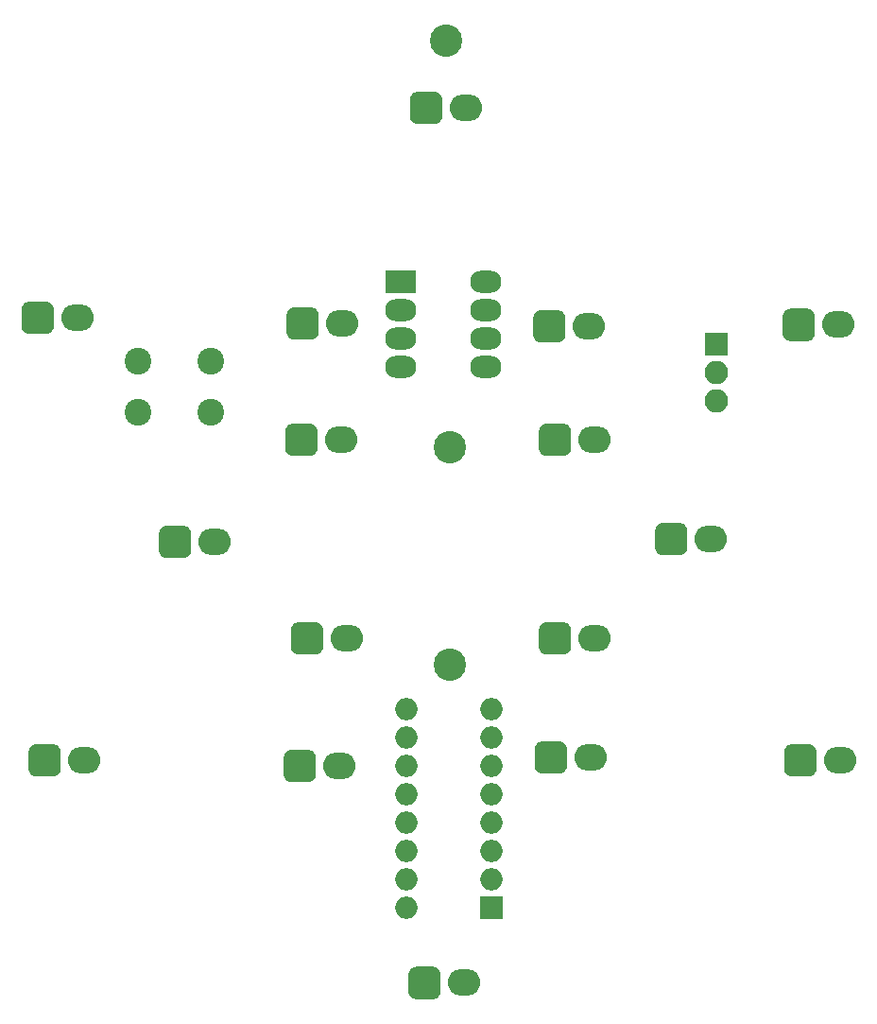
<source format=gbr>
G04 #@! TF.GenerationSoftware,KiCad,Pcbnew,(5.0.0)*
G04 #@! TF.CreationDate,2018-11-01T22:36:59-04:00*
G04 #@! TF.ProjectId,Snowflake,536E6F77666C616B652E6B696361645F,rev?*
G04 #@! TF.SameCoordinates,Original*
G04 #@! TF.FileFunction,Soldermask,Top*
G04 #@! TF.FilePolarity,Negative*
%FSLAX46Y46*%
G04 Gerber Fmt 4.6, Leading zero omitted, Abs format (unit mm)*
G04 Created by KiCad (PCBNEW (5.0.0)) date 11/01/18 22:36:59*
%MOMM*%
%LPD*%
G01*
G04 APERTURE LIST*
%ADD10C,2.400000*%
%ADD11O,2.900000X2.400000*%
%ADD12C,0.100000*%
%ADD13C,2.900000*%
%ADD14O,2.800000X2.000000*%
%ADD15R,2.800000X2.000000*%
%ADD16O,2.100000X2.100000*%
%ADD17R,2.100000X2.100000*%
%ADD18R,2.000000X2.000000*%
%ADD19O,2.000000X2.000000*%
G04 APERTURE END LIST*
D10*
G04 #@! TO.C,Button1*
X105814000Y-81915000D03*
X105814000Y-86415000D03*
X99314000Y-81915000D03*
X99314000Y-86415000D03*
G04 #@! TD*
D11*
G04 #@! TO.C,D1*
X128643000Y-59182000D03*
D12*
G36*
X125899062Y-57735491D02*
X125969440Y-57745931D01*
X126038456Y-57763218D01*
X126105445Y-57787187D01*
X126169763Y-57817607D01*
X126230788Y-57854185D01*
X126287935Y-57896567D01*
X126340652Y-57944348D01*
X126388433Y-57997065D01*
X126430815Y-58054212D01*
X126467393Y-58115237D01*
X126497813Y-58179555D01*
X126521782Y-58246544D01*
X126539069Y-58315560D01*
X126549509Y-58385938D01*
X126553000Y-58457000D01*
X126553000Y-59907000D01*
X126549509Y-59978062D01*
X126539069Y-60048440D01*
X126521782Y-60117456D01*
X126497813Y-60184445D01*
X126467393Y-60248763D01*
X126430815Y-60309788D01*
X126388433Y-60366935D01*
X126340652Y-60419652D01*
X126287935Y-60467433D01*
X126230788Y-60509815D01*
X126169763Y-60546393D01*
X126105445Y-60576813D01*
X126038456Y-60600782D01*
X125969440Y-60618069D01*
X125899062Y-60628509D01*
X125828000Y-60632000D01*
X124378000Y-60632000D01*
X124306938Y-60628509D01*
X124236560Y-60618069D01*
X124167544Y-60600782D01*
X124100555Y-60576813D01*
X124036237Y-60546393D01*
X123975212Y-60509815D01*
X123918065Y-60467433D01*
X123865348Y-60419652D01*
X123817567Y-60366935D01*
X123775185Y-60309788D01*
X123738607Y-60248763D01*
X123708187Y-60184445D01*
X123684218Y-60117456D01*
X123666931Y-60048440D01*
X123656491Y-59978062D01*
X123653000Y-59907000D01*
X123653000Y-58457000D01*
X123656491Y-58385938D01*
X123666931Y-58315560D01*
X123684218Y-58246544D01*
X123708187Y-58179555D01*
X123738607Y-58115237D01*
X123775185Y-58054212D01*
X123817567Y-57997065D01*
X123865348Y-57944348D01*
X123918065Y-57896567D01*
X123975212Y-57854185D01*
X124036237Y-57817607D01*
X124100555Y-57787187D01*
X124167544Y-57763218D01*
X124236560Y-57745931D01*
X124306938Y-57735491D01*
X124378000Y-57732000D01*
X125828000Y-57732000D01*
X125899062Y-57735491D01*
X125899062Y-57735491D01*
G37*
D13*
X125103000Y-59182000D03*
G04 #@! TD*
D12*
G04 #@! TO.C,D2*
G36*
X136948062Y-77293491D02*
X137018440Y-77303931D01*
X137087456Y-77321218D01*
X137154445Y-77345187D01*
X137218763Y-77375607D01*
X137279788Y-77412185D01*
X137336935Y-77454567D01*
X137389652Y-77502348D01*
X137437433Y-77555065D01*
X137479815Y-77612212D01*
X137516393Y-77673237D01*
X137546813Y-77737555D01*
X137570782Y-77804544D01*
X137588069Y-77873560D01*
X137598509Y-77943938D01*
X137602000Y-78015000D01*
X137602000Y-79465000D01*
X137598509Y-79536062D01*
X137588069Y-79606440D01*
X137570782Y-79675456D01*
X137546813Y-79742445D01*
X137516393Y-79806763D01*
X137479815Y-79867788D01*
X137437433Y-79924935D01*
X137389652Y-79977652D01*
X137336935Y-80025433D01*
X137279788Y-80067815D01*
X137218763Y-80104393D01*
X137154445Y-80134813D01*
X137087456Y-80158782D01*
X137018440Y-80176069D01*
X136948062Y-80186509D01*
X136877000Y-80190000D01*
X135427000Y-80190000D01*
X135355938Y-80186509D01*
X135285560Y-80176069D01*
X135216544Y-80158782D01*
X135149555Y-80134813D01*
X135085237Y-80104393D01*
X135024212Y-80067815D01*
X134967065Y-80025433D01*
X134914348Y-79977652D01*
X134866567Y-79924935D01*
X134824185Y-79867788D01*
X134787607Y-79806763D01*
X134757187Y-79742445D01*
X134733218Y-79675456D01*
X134715931Y-79606440D01*
X134705491Y-79536062D01*
X134702000Y-79465000D01*
X134702000Y-78015000D01*
X134705491Y-77943938D01*
X134715931Y-77873560D01*
X134733218Y-77804544D01*
X134757187Y-77737555D01*
X134787607Y-77673237D01*
X134824185Y-77612212D01*
X134866567Y-77555065D01*
X134914348Y-77502348D01*
X134967065Y-77454567D01*
X135024212Y-77412185D01*
X135085237Y-77375607D01*
X135149555Y-77345187D01*
X135216544Y-77321218D01*
X135285560Y-77303931D01*
X135355938Y-77293491D01*
X135427000Y-77290000D01*
X136877000Y-77290000D01*
X136948062Y-77293491D01*
X136948062Y-77293491D01*
G37*
D13*
X136152000Y-78740000D03*
D11*
X139692000Y-78740000D03*
G04 #@! TD*
G04 #@! TO.C,D3*
X162044000Y-78613000D03*
D12*
G36*
X159300062Y-77166491D02*
X159370440Y-77176931D01*
X159439456Y-77194218D01*
X159506445Y-77218187D01*
X159570763Y-77248607D01*
X159631788Y-77285185D01*
X159688935Y-77327567D01*
X159741652Y-77375348D01*
X159789433Y-77428065D01*
X159831815Y-77485212D01*
X159868393Y-77546237D01*
X159898813Y-77610555D01*
X159922782Y-77677544D01*
X159940069Y-77746560D01*
X159950509Y-77816938D01*
X159954000Y-77888000D01*
X159954000Y-79338000D01*
X159950509Y-79409062D01*
X159940069Y-79479440D01*
X159922782Y-79548456D01*
X159898813Y-79615445D01*
X159868393Y-79679763D01*
X159831815Y-79740788D01*
X159789433Y-79797935D01*
X159741652Y-79850652D01*
X159688935Y-79898433D01*
X159631788Y-79940815D01*
X159570763Y-79977393D01*
X159506445Y-80007813D01*
X159439456Y-80031782D01*
X159370440Y-80049069D01*
X159300062Y-80059509D01*
X159229000Y-80063000D01*
X157779000Y-80063000D01*
X157707938Y-80059509D01*
X157637560Y-80049069D01*
X157568544Y-80031782D01*
X157501555Y-80007813D01*
X157437237Y-79977393D01*
X157376212Y-79940815D01*
X157319065Y-79898433D01*
X157266348Y-79850652D01*
X157218567Y-79797935D01*
X157176185Y-79740788D01*
X157139607Y-79679763D01*
X157109187Y-79615445D01*
X157085218Y-79548456D01*
X157067931Y-79479440D01*
X157057491Y-79409062D01*
X157054000Y-79338000D01*
X157054000Y-77888000D01*
X157057491Y-77816938D01*
X157067931Y-77746560D01*
X157085218Y-77677544D01*
X157109187Y-77610555D01*
X157139607Y-77546237D01*
X157176185Y-77485212D01*
X157218567Y-77428065D01*
X157266348Y-77375348D01*
X157319065Y-77327567D01*
X157376212Y-77285185D01*
X157437237Y-77248607D01*
X157501555Y-77218187D01*
X157568544Y-77194218D01*
X157637560Y-77176931D01*
X157707938Y-77166491D01*
X157779000Y-77163000D01*
X159229000Y-77163000D01*
X159300062Y-77166491D01*
X159300062Y-77166491D01*
G37*
D13*
X158504000Y-78613000D03*
G04 #@! TD*
D12*
G04 #@! TO.C,D4*
G36*
X147870062Y-96343491D02*
X147940440Y-96353931D01*
X148009456Y-96371218D01*
X148076445Y-96395187D01*
X148140763Y-96425607D01*
X148201788Y-96462185D01*
X148258935Y-96504567D01*
X148311652Y-96552348D01*
X148359433Y-96605065D01*
X148401815Y-96662212D01*
X148438393Y-96723237D01*
X148468813Y-96787555D01*
X148492782Y-96854544D01*
X148510069Y-96923560D01*
X148520509Y-96993938D01*
X148524000Y-97065000D01*
X148524000Y-98515000D01*
X148520509Y-98586062D01*
X148510069Y-98656440D01*
X148492782Y-98725456D01*
X148468813Y-98792445D01*
X148438393Y-98856763D01*
X148401815Y-98917788D01*
X148359433Y-98974935D01*
X148311652Y-99027652D01*
X148258935Y-99075433D01*
X148201788Y-99117815D01*
X148140763Y-99154393D01*
X148076445Y-99184813D01*
X148009456Y-99208782D01*
X147940440Y-99226069D01*
X147870062Y-99236509D01*
X147799000Y-99240000D01*
X146349000Y-99240000D01*
X146277938Y-99236509D01*
X146207560Y-99226069D01*
X146138544Y-99208782D01*
X146071555Y-99184813D01*
X146007237Y-99154393D01*
X145946212Y-99117815D01*
X145889065Y-99075433D01*
X145836348Y-99027652D01*
X145788567Y-98974935D01*
X145746185Y-98917788D01*
X145709607Y-98856763D01*
X145679187Y-98792445D01*
X145655218Y-98725456D01*
X145637931Y-98656440D01*
X145627491Y-98586062D01*
X145624000Y-98515000D01*
X145624000Y-97065000D01*
X145627491Y-96993938D01*
X145637931Y-96923560D01*
X145655218Y-96854544D01*
X145679187Y-96787555D01*
X145709607Y-96723237D01*
X145746185Y-96662212D01*
X145788567Y-96605065D01*
X145836348Y-96552348D01*
X145889065Y-96504567D01*
X145946212Y-96462185D01*
X146007237Y-96425607D01*
X146071555Y-96395187D01*
X146138544Y-96371218D01*
X146207560Y-96353931D01*
X146277938Y-96343491D01*
X146349000Y-96340000D01*
X147799000Y-96340000D01*
X147870062Y-96343491D01*
X147870062Y-96343491D01*
G37*
D13*
X147074000Y-97790000D03*
D11*
X150614000Y-97790000D03*
G04 #@! TD*
G04 #@! TO.C,D5*
X162171000Y-117602000D03*
D12*
G36*
X159427062Y-116155491D02*
X159497440Y-116165931D01*
X159566456Y-116183218D01*
X159633445Y-116207187D01*
X159697763Y-116237607D01*
X159758788Y-116274185D01*
X159815935Y-116316567D01*
X159868652Y-116364348D01*
X159916433Y-116417065D01*
X159958815Y-116474212D01*
X159995393Y-116535237D01*
X160025813Y-116599555D01*
X160049782Y-116666544D01*
X160067069Y-116735560D01*
X160077509Y-116805938D01*
X160081000Y-116877000D01*
X160081000Y-118327000D01*
X160077509Y-118398062D01*
X160067069Y-118468440D01*
X160049782Y-118537456D01*
X160025813Y-118604445D01*
X159995393Y-118668763D01*
X159958815Y-118729788D01*
X159916433Y-118786935D01*
X159868652Y-118839652D01*
X159815935Y-118887433D01*
X159758788Y-118929815D01*
X159697763Y-118966393D01*
X159633445Y-118996813D01*
X159566456Y-119020782D01*
X159497440Y-119038069D01*
X159427062Y-119048509D01*
X159356000Y-119052000D01*
X157906000Y-119052000D01*
X157834938Y-119048509D01*
X157764560Y-119038069D01*
X157695544Y-119020782D01*
X157628555Y-118996813D01*
X157564237Y-118966393D01*
X157503212Y-118929815D01*
X157446065Y-118887433D01*
X157393348Y-118839652D01*
X157345567Y-118786935D01*
X157303185Y-118729788D01*
X157266607Y-118668763D01*
X157236187Y-118604445D01*
X157212218Y-118537456D01*
X157194931Y-118468440D01*
X157184491Y-118398062D01*
X157181000Y-118327000D01*
X157181000Y-116877000D01*
X157184491Y-116805938D01*
X157194931Y-116735560D01*
X157212218Y-116666544D01*
X157236187Y-116599555D01*
X157266607Y-116535237D01*
X157303185Y-116474212D01*
X157345567Y-116417065D01*
X157393348Y-116364348D01*
X157446065Y-116316567D01*
X157503212Y-116274185D01*
X157564237Y-116237607D01*
X157628555Y-116207187D01*
X157695544Y-116183218D01*
X157764560Y-116165931D01*
X157834938Y-116155491D01*
X157906000Y-116152000D01*
X159356000Y-116152000D01*
X159427062Y-116155491D01*
X159427062Y-116155491D01*
G37*
D13*
X158631000Y-117602000D03*
G04 #@! TD*
D12*
G04 #@! TO.C,D6*
G36*
X137075062Y-115901491D02*
X137145440Y-115911931D01*
X137214456Y-115929218D01*
X137281445Y-115953187D01*
X137345763Y-115983607D01*
X137406788Y-116020185D01*
X137463935Y-116062567D01*
X137516652Y-116110348D01*
X137564433Y-116163065D01*
X137606815Y-116220212D01*
X137643393Y-116281237D01*
X137673813Y-116345555D01*
X137697782Y-116412544D01*
X137715069Y-116481560D01*
X137725509Y-116551938D01*
X137729000Y-116623000D01*
X137729000Y-118073000D01*
X137725509Y-118144062D01*
X137715069Y-118214440D01*
X137697782Y-118283456D01*
X137673813Y-118350445D01*
X137643393Y-118414763D01*
X137606815Y-118475788D01*
X137564433Y-118532935D01*
X137516652Y-118585652D01*
X137463935Y-118633433D01*
X137406788Y-118675815D01*
X137345763Y-118712393D01*
X137281445Y-118742813D01*
X137214456Y-118766782D01*
X137145440Y-118784069D01*
X137075062Y-118794509D01*
X137004000Y-118798000D01*
X135554000Y-118798000D01*
X135482938Y-118794509D01*
X135412560Y-118784069D01*
X135343544Y-118766782D01*
X135276555Y-118742813D01*
X135212237Y-118712393D01*
X135151212Y-118675815D01*
X135094065Y-118633433D01*
X135041348Y-118585652D01*
X134993567Y-118532935D01*
X134951185Y-118475788D01*
X134914607Y-118414763D01*
X134884187Y-118350445D01*
X134860218Y-118283456D01*
X134842931Y-118214440D01*
X134832491Y-118144062D01*
X134829000Y-118073000D01*
X134829000Y-116623000D01*
X134832491Y-116551938D01*
X134842931Y-116481560D01*
X134860218Y-116412544D01*
X134884187Y-116345555D01*
X134914607Y-116281237D01*
X134951185Y-116220212D01*
X134993567Y-116163065D01*
X135041348Y-116110348D01*
X135094065Y-116062567D01*
X135151212Y-116020185D01*
X135212237Y-115983607D01*
X135276555Y-115953187D01*
X135343544Y-115929218D01*
X135412560Y-115911931D01*
X135482938Y-115901491D01*
X135554000Y-115898000D01*
X137004000Y-115898000D01*
X137075062Y-115901491D01*
X137075062Y-115901491D01*
G37*
D13*
X136279000Y-117348000D03*
D11*
X139819000Y-117348000D03*
G04 #@! TD*
D12*
G04 #@! TO.C,D7*
G36*
X125772062Y-136094491D02*
X125842440Y-136104931D01*
X125911456Y-136122218D01*
X125978445Y-136146187D01*
X126042763Y-136176607D01*
X126103788Y-136213185D01*
X126160935Y-136255567D01*
X126213652Y-136303348D01*
X126261433Y-136356065D01*
X126303815Y-136413212D01*
X126340393Y-136474237D01*
X126370813Y-136538555D01*
X126394782Y-136605544D01*
X126412069Y-136674560D01*
X126422509Y-136744938D01*
X126426000Y-136816000D01*
X126426000Y-138266000D01*
X126422509Y-138337062D01*
X126412069Y-138407440D01*
X126394782Y-138476456D01*
X126370813Y-138543445D01*
X126340393Y-138607763D01*
X126303815Y-138668788D01*
X126261433Y-138725935D01*
X126213652Y-138778652D01*
X126160935Y-138826433D01*
X126103788Y-138868815D01*
X126042763Y-138905393D01*
X125978445Y-138935813D01*
X125911456Y-138959782D01*
X125842440Y-138977069D01*
X125772062Y-138987509D01*
X125701000Y-138991000D01*
X124251000Y-138991000D01*
X124179938Y-138987509D01*
X124109560Y-138977069D01*
X124040544Y-138959782D01*
X123973555Y-138935813D01*
X123909237Y-138905393D01*
X123848212Y-138868815D01*
X123791065Y-138826433D01*
X123738348Y-138778652D01*
X123690567Y-138725935D01*
X123648185Y-138668788D01*
X123611607Y-138607763D01*
X123581187Y-138543445D01*
X123557218Y-138476456D01*
X123539931Y-138407440D01*
X123529491Y-138337062D01*
X123526000Y-138266000D01*
X123526000Y-136816000D01*
X123529491Y-136744938D01*
X123539931Y-136674560D01*
X123557218Y-136605544D01*
X123581187Y-136538555D01*
X123611607Y-136474237D01*
X123648185Y-136413212D01*
X123690567Y-136356065D01*
X123738348Y-136303348D01*
X123791065Y-136255567D01*
X123848212Y-136213185D01*
X123909237Y-136176607D01*
X123973555Y-136146187D01*
X124040544Y-136122218D01*
X124109560Y-136104931D01*
X124179938Y-136094491D01*
X124251000Y-136091000D01*
X125701000Y-136091000D01*
X125772062Y-136094491D01*
X125772062Y-136094491D01*
G37*
D13*
X124976000Y-137541000D03*
D11*
X128516000Y-137541000D03*
G04 #@! TD*
G04 #@! TO.C,D8*
X117340000Y-118110000D03*
D12*
G36*
X114596062Y-116663491D02*
X114666440Y-116673931D01*
X114735456Y-116691218D01*
X114802445Y-116715187D01*
X114866763Y-116745607D01*
X114927788Y-116782185D01*
X114984935Y-116824567D01*
X115037652Y-116872348D01*
X115085433Y-116925065D01*
X115127815Y-116982212D01*
X115164393Y-117043237D01*
X115194813Y-117107555D01*
X115218782Y-117174544D01*
X115236069Y-117243560D01*
X115246509Y-117313938D01*
X115250000Y-117385000D01*
X115250000Y-118835000D01*
X115246509Y-118906062D01*
X115236069Y-118976440D01*
X115218782Y-119045456D01*
X115194813Y-119112445D01*
X115164393Y-119176763D01*
X115127815Y-119237788D01*
X115085433Y-119294935D01*
X115037652Y-119347652D01*
X114984935Y-119395433D01*
X114927788Y-119437815D01*
X114866763Y-119474393D01*
X114802445Y-119504813D01*
X114735456Y-119528782D01*
X114666440Y-119546069D01*
X114596062Y-119556509D01*
X114525000Y-119560000D01*
X113075000Y-119560000D01*
X113003938Y-119556509D01*
X112933560Y-119546069D01*
X112864544Y-119528782D01*
X112797555Y-119504813D01*
X112733237Y-119474393D01*
X112672212Y-119437815D01*
X112615065Y-119395433D01*
X112562348Y-119347652D01*
X112514567Y-119294935D01*
X112472185Y-119237788D01*
X112435607Y-119176763D01*
X112405187Y-119112445D01*
X112381218Y-119045456D01*
X112363931Y-118976440D01*
X112353491Y-118906062D01*
X112350000Y-118835000D01*
X112350000Y-117385000D01*
X112353491Y-117313938D01*
X112363931Y-117243560D01*
X112381218Y-117174544D01*
X112405187Y-117107555D01*
X112435607Y-117043237D01*
X112472185Y-116982212D01*
X112514567Y-116925065D01*
X112562348Y-116872348D01*
X112615065Y-116824567D01*
X112672212Y-116782185D01*
X112733237Y-116745607D01*
X112797555Y-116715187D01*
X112864544Y-116691218D01*
X112933560Y-116673931D01*
X113003938Y-116663491D01*
X113075000Y-116660000D01*
X114525000Y-116660000D01*
X114596062Y-116663491D01*
X114596062Y-116663491D01*
G37*
D13*
X113800000Y-118110000D03*
G04 #@! TD*
D12*
G04 #@! TO.C,D9*
G36*
X91736062Y-116155491D02*
X91806440Y-116165931D01*
X91875456Y-116183218D01*
X91942445Y-116207187D01*
X92006763Y-116237607D01*
X92067788Y-116274185D01*
X92124935Y-116316567D01*
X92177652Y-116364348D01*
X92225433Y-116417065D01*
X92267815Y-116474212D01*
X92304393Y-116535237D01*
X92334813Y-116599555D01*
X92358782Y-116666544D01*
X92376069Y-116735560D01*
X92386509Y-116805938D01*
X92390000Y-116877000D01*
X92390000Y-118327000D01*
X92386509Y-118398062D01*
X92376069Y-118468440D01*
X92358782Y-118537456D01*
X92334813Y-118604445D01*
X92304393Y-118668763D01*
X92267815Y-118729788D01*
X92225433Y-118786935D01*
X92177652Y-118839652D01*
X92124935Y-118887433D01*
X92067788Y-118929815D01*
X92006763Y-118966393D01*
X91942445Y-118996813D01*
X91875456Y-119020782D01*
X91806440Y-119038069D01*
X91736062Y-119048509D01*
X91665000Y-119052000D01*
X90215000Y-119052000D01*
X90143938Y-119048509D01*
X90073560Y-119038069D01*
X90004544Y-119020782D01*
X89937555Y-118996813D01*
X89873237Y-118966393D01*
X89812212Y-118929815D01*
X89755065Y-118887433D01*
X89702348Y-118839652D01*
X89654567Y-118786935D01*
X89612185Y-118729788D01*
X89575607Y-118668763D01*
X89545187Y-118604445D01*
X89521218Y-118537456D01*
X89503931Y-118468440D01*
X89493491Y-118398062D01*
X89490000Y-118327000D01*
X89490000Y-116877000D01*
X89493491Y-116805938D01*
X89503931Y-116735560D01*
X89521218Y-116666544D01*
X89545187Y-116599555D01*
X89575607Y-116535237D01*
X89612185Y-116474212D01*
X89654567Y-116417065D01*
X89702348Y-116364348D01*
X89755065Y-116316567D01*
X89812212Y-116274185D01*
X89873237Y-116237607D01*
X89937555Y-116207187D01*
X90004544Y-116183218D01*
X90073560Y-116165931D01*
X90143938Y-116155491D01*
X90215000Y-116152000D01*
X91665000Y-116152000D01*
X91736062Y-116155491D01*
X91736062Y-116155491D01*
G37*
D13*
X90940000Y-117602000D03*
D11*
X94480000Y-117602000D03*
G04 #@! TD*
G04 #@! TO.C,D10*
X106164000Y-98044000D03*
D12*
G36*
X103420062Y-96597491D02*
X103490440Y-96607931D01*
X103559456Y-96625218D01*
X103626445Y-96649187D01*
X103690763Y-96679607D01*
X103751788Y-96716185D01*
X103808935Y-96758567D01*
X103861652Y-96806348D01*
X103909433Y-96859065D01*
X103951815Y-96916212D01*
X103988393Y-96977237D01*
X104018813Y-97041555D01*
X104042782Y-97108544D01*
X104060069Y-97177560D01*
X104070509Y-97247938D01*
X104074000Y-97319000D01*
X104074000Y-98769000D01*
X104070509Y-98840062D01*
X104060069Y-98910440D01*
X104042782Y-98979456D01*
X104018813Y-99046445D01*
X103988393Y-99110763D01*
X103951815Y-99171788D01*
X103909433Y-99228935D01*
X103861652Y-99281652D01*
X103808935Y-99329433D01*
X103751788Y-99371815D01*
X103690763Y-99408393D01*
X103626445Y-99438813D01*
X103559456Y-99462782D01*
X103490440Y-99480069D01*
X103420062Y-99490509D01*
X103349000Y-99494000D01*
X101899000Y-99494000D01*
X101827938Y-99490509D01*
X101757560Y-99480069D01*
X101688544Y-99462782D01*
X101621555Y-99438813D01*
X101557237Y-99408393D01*
X101496212Y-99371815D01*
X101439065Y-99329433D01*
X101386348Y-99281652D01*
X101338567Y-99228935D01*
X101296185Y-99171788D01*
X101259607Y-99110763D01*
X101229187Y-99046445D01*
X101205218Y-98979456D01*
X101187931Y-98910440D01*
X101177491Y-98840062D01*
X101174000Y-98769000D01*
X101174000Y-97319000D01*
X101177491Y-97247938D01*
X101187931Y-97177560D01*
X101205218Y-97108544D01*
X101229187Y-97041555D01*
X101259607Y-96977237D01*
X101296185Y-96916212D01*
X101338567Y-96859065D01*
X101386348Y-96806348D01*
X101439065Y-96758567D01*
X101496212Y-96716185D01*
X101557237Y-96679607D01*
X101621555Y-96649187D01*
X101688544Y-96625218D01*
X101757560Y-96607931D01*
X101827938Y-96597491D01*
X101899000Y-96594000D01*
X103349000Y-96594000D01*
X103420062Y-96597491D01*
X103420062Y-96597491D01*
G37*
D13*
X102624000Y-98044000D03*
G04 #@! TD*
D12*
G04 #@! TO.C,D11*
G36*
X91101062Y-76531491D02*
X91171440Y-76541931D01*
X91240456Y-76559218D01*
X91307445Y-76583187D01*
X91371763Y-76613607D01*
X91432788Y-76650185D01*
X91489935Y-76692567D01*
X91542652Y-76740348D01*
X91590433Y-76793065D01*
X91632815Y-76850212D01*
X91669393Y-76911237D01*
X91699813Y-76975555D01*
X91723782Y-77042544D01*
X91741069Y-77111560D01*
X91751509Y-77181938D01*
X91755000Y-77253000D01*
X91755000Y-78703000D01*
X91751509Y-78774062D01*
X91741069Y-78844440D01*
X91723782Y-78913456D01*
X91699813Y-78980445D01*
X91669393Y-79044763D01*
X91632815Y-79105788D01*
X91590433Y-79162935D01*
X91542652Y-79215652D01*
X91489935Y-79263433D01*
X91432788Y-79305815D01*
X91371763Y-79342393D01*
X91307445Y-79372813D01*
X91240456Y-79396782D01*
X91171440Y-79414069D01*
X91101062Y-79424509D01*
X91030000Y-79428000D01*
X89580000Y-79428000D01*
X89508938Y-79424509D01*
X89438560Y-79414069D01*
X89369544Y-79396782D01*
X89302555Y-79372813D01*
X89238237Y-79342393D01*
X89177212Y-79305815D01*
X89120065Y-79263433D01*
X89067348Y-79215652D01*
X89019567Y-79162935D01*
X88977185Y-79105788D01*
X88940607Y-79044763D01*
X88910187Y-78980445D01*
X88886218Y-78913456D01*
X88868931Y-78844440D01*
X88858491Y-78774062D01*
X88855000Y-78703000D01*
X88855000Y-77253000D01*
X88858491Y-77181938D01*
X88868931Y-77111560D01*
X88886218Y-77042544D01*
X88910187Y-76975555D01*
X88940607Y-76911237D01*
X88977185Y-76850212D01*
X89019567Y-76793065D01*
X89067348Y-76740348D01*
X89120065Y-76692567D01*
X89177212Y-76650185D01*
X89238237Y-76613607D01*
X89302555Y-76583187D01*
X89369544Y-76559218D01*
X89438560Y-76541931D01*
X89508938Y-76531491D01*
X89580000Y-76528000D01*
X91030000Y-76528000D01*
X91101062Y-76531491D01*
X91101062Y-76531491D01*
G37*
D13*
X90305000Y-77978000D03*
D11*
X93845000Y-77978000D03*
G04 #@! TD*
G04 #@! TO.C,D12*
X117594000Y-78486000D03*
D12*
G36*
X114850062Y-77039491D02*
X114920440Y-77049931D01*
X114989456Y-77067218D01*
X115056445Y-77091187D01*
X115120763Y-77121607D01*
X115181788Y-77158185D01*
X115238935Y-77200567D01*
X115291652Y-77248348D01*
X115339433Y-77301065D01*
X115381815Y-77358212D01*
X115418393Y-77419237D01*
X115448813Y-77483555D01*
X115472782Y-77550544D01*
X115490069Y-77619560D01*
X115500509Y-77689938D01*
X115504000Y-77761000D01*
X115504000Y-79211000D01*
X115500509Y-79282062D01*
X115490069Y-79352440D01*
X115472782Y-79421456D01*
X115448813Y-79488445D01*
X115418393Y-79552763D01*
X115381815Y-79613788D01*
X115339433Y-79670935D01*
X115291652Y-79723652D01*
X115238935Y-79771433D01*
X115181788Y-79813815D01*
X115120763Y-79850393D01*
X115056445Y-79880813D01*
X114989456Y-79904782D01*
X114920440Y-79922069D01*
X114850062Y-79932509D01*
X114779000Y-79936000D01*
X113329000Y-79936000D01*
X113257938Y-79932509D01*
X113187560Y-79922069D01*
X113118544Y-79904782D01*
X113051555Y-79880813D01*
X112987237Y-79850393D01*
X112926212Y-79813815D01*
X112869065Y-79771433D01*
X112816348Y-79723652D01*
X112768567Y-79670935D01*
X112726185Y-79613788D01*
X112689607Y-79552763D01*
X112659187Y-79488445D01*
X112635218Y-79421456D01*
X112617931Y-79352440D01*
X112607491Y-79282062D01*
X112604000Y-79211000D01*
X112604000Y-77761000D01*
X112607491Y-77689938D01*
X112617931Y-77619560D01*
X112635218Y-77550544D01*
X112659187Y-77483555D01*
X112689607Y-77419237D01*
X112726185Y-77358212D01*
X112768567Y-77301065D01*
X112816348Y-77248348D01*
X112869065Y-77200567D01*
X112926212Y-77158185D01*
X112987237Y-77121607D01*
X113051555Y-77091187D01*
X113118544Y-77067218D01*
X113187560Y-77049931D01*
X113257938Y-77039491D01*
X113329000Y-77036000D01*
X114779000Y-77036000D01*
X114850062Y-77039491D01*
X114850062Y-77039491D01*
G37*
D13*
X114054000Y-78486000D03*
G04 #@! TD*
D12*
G04 #@! TO.C,D13*
G36*
X114723062Y-87453491D02*
X114793440Y-87463931D01*
X114862456Y-87481218D01*
X114929445Y-87505187D01*
X114993763Y-87535607D01*
X115054788Y-87572185D01*
X115111935Y-87614567D01*
X115164652Y-87662348D01*
X115212433Y-87715065D01*
X115254815Y-87772212D01*
X115291393Y-87833237D01*
X115321813Y-87897555D01*
X115345782Y-87964544D01*
X115363069Y-88033560D01*
X115373509Y-88103938D01*
X115377000Y-88175000D01*
X115377000Y-89625000D01*
X115373509Y-89696062D01*
X115363069Y-89766440D01*
X115345782Y-89835456D01*
X115321813Y-89902445D01*
X115291393Y-89966763D01*
X115254815Y-90027788D01*
X115212433Y-90084935D01*
X115164652Y-90137652D01*
X115111935Y-90185433D01*
X115054788Y-90227815D01*
X114993763Y-90264393D01*
X114929445Y-90294813D01*
X114862456Y-90318782D01*
X114793440Y-90336069D01*
X114723062Y-90346509D01*
X114652000Y-90350000D01*
X113202000Y-90350000D01*
X113130938Y-90346509D01*
X113060560Y-90336069D01*
X112991544Y-90318782D01*
X112924555Y-90294813D01*
X112860237Y-90264393D01*
X112799212Y-90227815D01*
X112742065Y-90185433D01*
X112689348Y-90137652D01*
X112641567Y-90084935D01*
X112599185Y-90027788D01*
X112562607Y-89966763D01*
X112532187Y-89902445D01*
X112508218Y-89835456D01*
X112490931Y-89766440D01*
X112480491Y-89696062D01*
X112477000Y-89625000D01*
X112477000Y-88175000D01*
X112480491Y-88103938D01*
X112490931Y-88033560D01*
X112508218Y-87964544D01*
X112532187Y-87897555D01*
X112562607Y-87833237D01*
X112599185Y-87772212D01*
X112641567Y-87715065D01*
X112689348Y-87662348D01*
X112742065Y-87614567D01*
X112799212Y-87572185D01*
X112860237Y-87535607D01*
X112924555Y-87505187D01*
X112991544Y-87481218D01*
X113060560Y-87463931D01*
X113130938Y-87453491D01*
X113202000Y-87450000D01*
X114652000Y-87450000D01*
X114723062Y-87453491D01*
X114723062Y-87453491D01*
G37*
D13*
X113927000Y-88900000D03*
D11*
X117467000Y-88900000D03*
G04 #@! TD*
G04 #@! TO.C,D14*
X140200000Y-106680000D03*
D12*
G36*
X137456062Y-105233491D02*
X137526440Y-105243931D01*
X137595456Y-105261218D01*
X137662445Y-105285187D01*
X137726763Y-105315607D01*
X137787788Y-105352185D01*
X137844935Y-105394567D01*
X137897652Y-105442348D01*
X137945433Y-105495065D01*
X137987815Y-105552212D01*
X138024393Y-105613237D01*
X138054813Y-105677555D01*
X138078782Y-105744544D01*
X138096069Y-105813560D01*
X138106509Y-105883938D01*
X138110000Y-105955000D01*
X138110000Y-107405000D01*
X138106509Y-107476062D01*
X138096069Y-107546440D01*
X138078782Y-107615456D01*
X138054813Y-107682445D01*
X138024393Y-107746763D01*
X137987815Y-107807788D01*
X137945433Y-107864935D01*
X137897652Y-107917652D01*
X137844935Y-107965433D01*
X137787788Y-108007815D01*
X137726763Y-108044393D01*
X137662445Y-108074813D01*
X137595456Y-108098782D01*
X137526440Y-108116069D01*
X137456062Y-108126509D01*
X137385000Y-108130000D01*
X135935000Y-108130000D01*
X135863938Y-108126509D01*
X135793560Y-108116069D01*
X135724544Y-108098782D01*
X135657555Y-108074813D01*
X135593237Y-108044393D01*
X135532212Y-108007815D01*
X135475065Y-107965433D01*
X135422348Y-107917652D01*
X135374567Y-107864935D01*
X135332185Y-107807788D01*
X135295607Y-107746763D01*
X135265187Y-107682445D01*
X135241218Y-107615456D01*
X135223931Y-107546440D01*
X135213491Y-107476062D01*
X135210000Y-107405000D01*
X135210000Y-105955000D01*
X135213491Y-105883938D01*
X135223931Y-105813560D01*
X135241218Y-105744544D01*
X135265187Y-105677555D01*
X135295607Y-105613237D01*
X135332185Y-105552212D01*
X135374567Y-105495065D01*
X135422348Y-105442348D01*
X135475065Y-105394567D01*
X135532212Y-105352185D01*
X135593237Y-105315607D01*
X135657555Y-105285187D01*
X135724544Y-105261218D01*
X135793560Y-105243931D01*
X135863938Y-105233491D01*
X135935000Y-105230000D01*
X137385000Y-105230000D01*
X137456062Y-105233491D01*
X137456062Y-105233491D01*
G37*
D13*
X136660000Y-106680000D03*
G04 #@! TD*
D12*
G04 #@! TO.C,D15*
G36*
X137456062Y-87453491D02*
X137526440Y-87463931D01*
X137595456Y-87481218D01*
X137662445Y-87505187D01*
X137726763Y-87535607D01*
X137787788Y-87572185D01*
X137844935Y-87614567D01*
X137897652Y-87662348D01*
X137945433Y-87715065D01*
X137987815Y-87772212D01*
X138024393Y-87833237D01*
X138054813Y-87897555D01*
X138078782Y-87964544D01*
X138096069Y-88033560D01*
X138106509Y-88103938D01*
X138110000Y-88175000D01*
X138110000Y-89625000D01*
X138106509Y-89696062D01*
X138096069Y-89766440D01*
X138078782Y-89835456D01*
X138054813Y-89902445D01*
X138024393Y-89966763D01*
X137987815Y-90027788D01*
X137945433Y-90084935D01*
X137897652Y-90137652D01*
X137844935Y-90185433D01*
X137787788Y-90227815D01*
X137726763Y-90264393D01*
X137662445Y-90294813D01*
X137595456Y-90318782D01*
X137526440Y-90336069D01*
X137456062Y-90346509D01*
X137385000Y-90350000D01*
X135935000Y-90350000D01*
X135863938Y-90346509D01*
X135793560Y-90336069D01*
X135724544Y-90318782D01*
X135657555Y-90294813D01*
X135593237Y-90264393D01*
X135532212Y-90227815D01*
X135475065Y-90185433D01*
X135422348Y-90137652D01*
X135374567Y-90084935D01*
X135332185Y-90027788D01*
X135295607Y-89966763D01*
X135265187Y-89902445D01*
X135241218Y-89835456D01*
X135223931Y-89766440D01*
X135213491Y-89696062D01*
X135210000Y-89625000D01*
X135210000Y-88175000D01*
X135213491Y-88103938D01*
X135223931Y-88033560D01*
X135241218Y-87964544D01*
X135265187Y-87897555D01*
X135295607Y-87833237D01*
X135332185Y-87772212D01*
X135374567Y-87715065D01*
X135422348Y-87662348D01*
X135475065Y-87614567D01*
X135532212Y-87572185D01*
X135593237Y-87535607D01*
X135657555Y-87505187D01*
X135724544Y-87481218D01*
X135793560Y-87463931D01*
X135863938Y-87453491D01*
X135935000Y-87450000D01*
X137385000Y-87450000D01*
X137456062Y-87453491D01*
X137456062Y-87453491D01*
G37*
D13*
X136660000Y-88900000D03*
D11*
X140200000Y-88900000D03*
G04 #@! TD*
G04 #@! TO.C,D16*
X117975000Y-106680000D03*
D12*
G36*
X115231062Y-105233491D02*
X115301440Y-105243931D01*
X115370456Y-105261218D01*
X115437445Y-105285187D01*
X115501763Y-105315607D01*
X115562788Y-105352185D01*
X115619935Y-105394567D01*
X115672652Y-105442348D01*
X115720433Y-105495065D01*
X115762815Y-105552212D01*
X115799393Y-105613237D01*
X115829813Y-105677555D01*
X115853782Y-105744544D01*
X115871069Y-105813560D01*
X115881509Y-105883938D01*
X115885000Y-105955000D01*
X115885000Y-107405000D01*
X115881509Y-107476062D01*
X115871069Y-107546440D01*
X115853782Y-107615456D01*
X115829813Y-107682445D01*
X115799393Y-107746763D01*
X115762815Y-107807788D01*
X115720433Y-107864935D01*
X115672652Y-107917652D01*
X115619935Y-107965433D01*
X115562788Y-108007815D01*
X115501763Y-108044393D01*
X115437445Y-108074813D01*
X115370456Y-108098782D01*
X115301440Y-108116069D01*
X115231062Y-108126509D01*
X115160000Y-108130000D01*
X113710000Y-108130000D01*
X113638938Y-108126509D01*
X113568560Y-108116069D01*
X113499544Y-108098782D01*
X113432555Y-108074813D01*
X113368237Y-108044393D01*
X113307212Y-108007815D01*
X113250065Y-107965433D01*
X113197348Y-107917652D01*
X113149567Y-107864935D01*
X113107185Y-107807788D01*
X113070607Y-107746763D01*
X113040187Y-107682445D01*
X113016218Y-107615456D01*
X112998931Y-107546440D01*
X112988491Y-107476062D01*
X112985000Y-107405000D01*
X112985000Y-105955000D01*
X112988491Y-105883938D01*
X112998931Y-105813560D01*
X113016218Y-105744544D01*
X113040187Y-105677555D01*
X113070607Y-105613237D01*
X113107185Y-105552212D01*
X113149567Y-105495065D01*
X113197348Y-105442348D01*
X113250065Y-105394567D01*
X113307212Y-105352185D01*
X113368237Y-105315607D01*
X113432555Y-105285187D01*
X113499544Y-105261218D01*
X113568560Y-105243931D01*
X113638938Y-105233491D01*
X113710000Y-105230000D01*
X115160000Y-105230000D01*
X115231062Y-105233491D01*
X115231062Y-105233491D01*
G37*
D13*
X114435000Y-106680000D03*
G04 #@! TD*
D14*
G04 #@! TO.C,Tiny85*
X130429000Y-74803000D03*
X122809000Y-82423000D03*
X130429000Y-77343000D03*
X122809000Y-79883000D03*
X130429000Y-79883000D03*
X122809000Y-77343000D03*
X130429000Y-82423000D03*
D15*
X122809000Y-74803000D03*
G04 #@! TD*
D13*
G04 #@! TO.C,Battery1*
X127254000Y-89536000D03*
X127254000Y-109036000D03*
G04 #@! TD*
D16*
G04 #@! TO.C,Power1*
X151130000Y-85471000D03*
X151130000Y-82931000D03*
D17*
X151130000Y-80391000D03*
G04 #@! TD*
D18*
G04 #@! TO.C,Shift1*
X130937000Y-130810000D03*
D19*
X123317000Y-113030000D03*
X130937000Y-128270000D03*
X123317000Y-115570000D03*
X130937000Y-125730000D03*
X123317000Y-118110000D03*
X130937000Y-123190000D03*
X123317000Y-120650000D03*
X130937000Y-120650000D03*
X123317000Y-123190000D03*
X130937000Y-118110000D03*
X123317000Y-125730000D03*
X130937000Y-115570000D03*
X123317000Y-128270000D03*
X130937000Y-113030000D03*
X123317000Y-130810000D03*
G04 #@! TD*
D13*
G04 #@! TO.C,*
X126873000Y-53162200D03*
G04 #@! TD*
M02*

</source>
